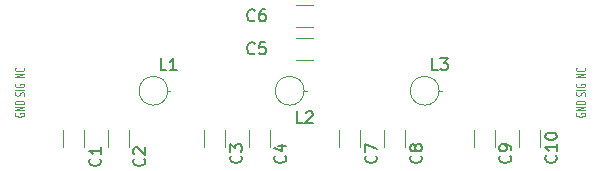
<source format=gbr>
%TF.GenerationSoftware,KiCad,Pcbnew,7.0.2*%
%TF.CreationDate,2023-05-05T15:54:23-05:00*%
%TF.ProjectId,Low-Pass-Filter-Board,4c6f772d-5061-4737-932d-46696c746572,V01*%
%TF.SameCoordinates,Original*%
%TF.FileFunction,Legend,Top*%
%TF.FilePolarity,Positive*%
%FSLAX46Y46*%
G04 Gerber Fmt 4.6, Leading zero omitted, Abs format (unit mm)*
G04 Created by KiCad (PCBNEW 7.0.2) date 2023-05-05 15:54:23*
%MOMM*%
%LPD*%
G01*
G04 APERTURE LIST*
%ADD10C,0.125000*%
%ADD11C,0.150000*%
%ADD12C,0.120000*%
G04 APERTURE END LIST*
D10*
X155858095Y-95384952D02*
X155058095Y-95384952D01*
X155058095Y-95384952D02*
X155858095Y-95099238D01*
X155858095Y-95099238D02*
X155058095Y-95099238D01*
X155781904Y-94575428D02*
X155820000Y-94599237D01*
X155820000Y-94599237D02*
X155858095Y-94670666D01*
X155858095Y-94670666D02*
X155858095Y-94718285D01*
X155858095Y-94718285D02*
X155820000Y-94789713D01*
X155820000Y-94789713D02*
X155743809Y-94837332D01*
X155743809Y-94837332D02*
X155667619Y-94861142D01*
X155667619Y-94861142D02*
X155515238Y-94884951D01*
X155515238Y-94884951D02*
X155400952Y-94884951D01*
X155400952Y-94884951D02*
X155248571Y-94861142D01*
X155248571Y-94861142D02*
X155172380Y-94837332D01*
X155172380Y-94837332D02*
X155096190Y-94789713D01*
X155096190Y-94789713D02*
X155058095Y-94718285D01*
X155058095Y-94718285D02*
X155058095Y-94670666D01*
X155058095Y-94670666D02*
X155096190Y-94599237D01*
X155096190Y-94599237D02*
X155134285Y-94575428D01*
X108322000Y-96932761D02*
X108360095Y-96861333D01*
X108360095Y-96861333D02*
X108360095Y-96742285D01*
X108360095Y-96742285D02*
X108322000Y-96694666D01*
X108322000Y-96694666D02*
X108283904Y-96670857D01*
X108283904Y-96670857D02*
X108207714Y-96647047D01*
X108207714Y-96647047D02*
X108131523Y-96647047D01*
X108131523Y-96647047D02*
X108055333Y-96670857D01*
X108055333Y-96670857D02*
X108017238Y-96694666D01*
X108017238Y-96694666D02*
X107979142Y-96742285D01*
X107979142Y-96742285D02*
X107941047Y-96837523D01*
X107941047Y-96837523D02*
X107902952Y-96885142D01*
X107902952Y-96885142D02*
X107864857Y-96908952D01*
X107864857Y-96908952D02*
X107788666Y-96932761D01*
X107788666Y-96932761D02*
X107712476Y-96932761D01*
X107712476Y-96932761D02*
X107636285Y-96908952D01*
X107636285Y-96908952D02*
X107598190Y-96885142D01*
X107598190Y-96885142D02*
X107560095Y-96837523D01*
X107560095Y-96837523D02*
X107560095Y-96718476D01*
X107560095Y-96718476D02*
X107598190Y-96647047D01*
X108360095Y-96432762D02*
X107560095Y-96432762D01*
X107598190Y-95932762D02*
X107560095Y-95980381D01*
X107560095Y-95980381D02*
X107560095Y-96051810D01*
X107560095Y-96051810D02*
X107598190Y-96123238D01*
X107598190Y-96123238D02*
X107674380Y-96170857D01*
X107674380Y-96170857D02*
X107750571Y-96194667D01*
X107750571Y-96194667D02*
X107902952Y-96218476D01*
X107902952Y-96218476D02*
X108017238Y-96218476D01*
X108017238Y-96218476D02*
X108169619Y-96194667D01*
X108169619Y-96194667D02*
X108245809Y-96170857D01*
X108245809Y-96170857D02*
X108322000Y-96123238D01*
X108322000Y-96123238D02*
X108360095Y-96051810D01*
X108360095Y-96051810D02*
X108360095Y-96004191D01*
X108360095Y-96004191D02*
X108322000Y-95932762D01*
X108322000Y-95932762D02*
X108283904Y-95908953D01*
X108283904Y-95908953D02*
X108017238Y-95908953D01*
X108017238Y-95908953D02*
X108017238Y-96004191D01*
X107598190Y-98425047D02*
X107560095Y-98472666D01*
X107560095Y-98472666D02*
X107560095Y-98544095D01*
X107560095Y-98544095D02*
X107598190Y-98615523D01*
X107598190Y-98615523D02*
X107674380Y-98663142D01*
X107674380Y-98663142D02*
X107750571Y-98686952D01*
X107750571Y-98686952D02*
X107902952Y-98710761D01*
X107902952Y-98710761D02*
X108017238Y-98710761D01*
X108017238Y-98710761D02*
X108169619Y-98686952D01*
X108169619Y-98686952D02*
X108245809Y-98663142D01*
X108245809Y-98663142D02*
X108322000Y-98615523D01*
X108322000Y-98615523D02*
X108360095Y-98544095D01*
X108360095Y-98544095D02*
X108360095Y-98496476D01*
X108360095Y-98496476D02*
X108322000Y-98425047D01*
X108322000Y-98425047D02*
X108283904Y-98401238D01*
X108283904Y-98401238D02*
X108017238Y-98401238D01*
X108017238Y-98401238D02*
X108017238Y-98496476D01*
X108360095Y-98186952D02*
X107560095Y-98186952D01*
X107560095Y-98186952D02*
X108360095Y-97901238D01*
X108360095Y-97901238D02*
X107560095Y-97901238D01*
X108360095Y-97663142D02*
X107560095Y-97663142D01*
X107560095Y-97663142D02*
X107560095Y-97544094D01*
X107560095Y-97544094D02*
X107598190Y-97472666D01*
X107598190Y-97472666D02*
X107674380Y-97425047D01*
X107674380Y-97425047D02*
X107750571Y-97401237D01*
X107750571Y-97401237D02*
X107902952Y-97377428D01*
X107902952Y-97377428D02*
X108017238Y-97377428D01*
X108017238Y-97377428D02*
X108169619Y-97401237D01*
X108169619Y-97401237D02*
X108245809Y-97425047D01*
X108245809Y-97425047D02*
X108322000Y-97472666D01*
X108322000Y-97472666D02*
X108360095Y-97544094D01*
X108360095Y-97544094D02*
X108360095Y-97663142D01*
X155820000Y-96932761D02*
X155858095Y-96861333D01*
X155858095Y-96861333D02*
X155858095Y-96742285D01*
X155858095Y-96742285D02*
X155820000Y-96694666D01*
X155820000Y-96694666D02*
X155781904Y-96670857D01*
X155781904Y-96670857D02*
X155705714Y-96647047D01*
X155705714Y-96647047D02*
X155629523Y-96647047D01*
X155629523Y-96647047D02*
X155553333Y-96670857D01*
X155553333Y-96670857D02*
X155515238Y-96694666D01*
X155515238Y-96694666D02*
X155477142Y-96742285D01*
X155477142Y-96742285D02*
X155439047Y-96837523D01*
X155439047Y-96837523D02*
X155400952Y-96885142D01*
X155400952Y-96885142D02*
X155362857Y-96908952D01*
X155362857Y-96908952D02*
X155286666Y-96932761D01*
X155286666Y-96932761D02*
X155210476Y-96932761D01*
X155210476Y-96932761D02*
X155134285Y-96908952D01*
X155134285Y-96908952D02*
X155096190Y-96885142D01*
X155096190Y-96885142D02*
X155058095Y-96837523D01*
X155058095Y-96837523D02*
X155058095Y-96718476D01*
X155058095Y-96718476D02*
X155096190Y-96647047D01*
X155858095Y-96432762D02*
X155058095Y-96432762D01*
X155096190Y-95932762D02*
X155058095Y-95980381D01*
X155058095Y-95980381D02*
X155058095Y-96051810D01*
X155058095Y-96051810D02*
X155096190Y-96123238D01*
X155096190Y-96123238D02*
X155172380Y-96170857D01*
X155172380Y-96170857D02*
X155248571Y-96194667D01*
X155248571Y-96194667D02*
X155400952Y-96218476D01*
X155400952Y-96218476D02*
X155515238Y-96218476D01*
X155515238Y-96218476D02*
X155667619Y-96194667D01*
X155667619Y-96194667D02*
X155743809Y-96170857D01*
X155743809Y-96170857D02*
X155820000Y-96123238D01*
X155820000Y-96123238D02*
X155858095Y-96051810D01*
X155858095Y-96051810D02*
X155858095Y-96004191D01*
X155858095Y-96004191D02*
X155820000Y-95932762D01*
X155820000Y-95932762D02*
X155781904Y-95908953D01*
X155781904Y-95908953D02*
X155515238Y-95908953D01*
X155515238Y-95908953D02*
X155515238Y-96004191D01*
X108360095Y-95384952D02*
X107560095Y-95384952D01*
X107560095Y-95384952D02*
X108360095Y-95099238D01*
X108360095Y-95099238D02*
X107560095Y-95099238D01*
X108283904Y-94575428D02*
X108322000Y-94599237D01*
X108322000Y-94599237D02*
X108360095Y-94670666D01*
X108360095Y-94670666D02*
X108360095Y-94718285D01*
X108360095Y-94718285D02*
X108322000Y-94789713D01*
X108322000Y-94789713D02*
X108245809Y-94837332D01*
X108245809Y-94837332D02*
X108169619Y-94861142D01*
X108169619Y-94861142D02*
X108017238Y-94884951D01*
X108017238Y-94884951D02*
X107902952Y-94884951D01*
X107902952Y-94884951D02*
X107750571Y-94861142D01*
X107750571Y-94861142D02*
X107674380Y-94837332D01*
X107674380Y-94837332D02*
X107598190Y-94789713D01*
X107598190Y-94789713D02*
X107560095Y-94718285D01*
X107560095Y-94718285D02*
X107560095Y-94670666D01*
X107560095Y-94670666D02*
X107598190Y-94599237D01*
X107598190Y-94599237D02*
X107636285Y-94575428D01*
X155096190Y-98425047D02*
X155058095Y-98472666D01*
X155058095Y-98472666D02*
X155058095Y-98544095D01*
X155058095Y-98544095D02*
X155096190Y-98615523D01*
X155096190Y-98615523D02*
X155172380Y-98663142D01*
X155172380Y-98663142D02*
X155248571Y-98686952D01*
X155248571Y-98686952D02*
X155400952Y-98710761D01*
X155400952Y-98710761D02*
X155515238Y-98710761D01*
X155515238Y-98710761D02*
X155667619Y-98686952D01*
X155667619Y-98686952D02*
X155743809Y-98663142D01*
X155743809Y-98663142D02*
X155820000Y-98615523D01*
X155820000Y-98615523D02*
X155858095Y-98544095D01*
X155858095Y-98544095D02*
X155858095Y-98496476D01*
X155858095Y-98496476D02*
X155820000Y-98425047D01*
X155820000Y-98425047D02*
X155781904Y-98401238D01*
X155781904Y-98401238D02*
X155515238Y-98401238D01*
X155515238Y-98401238D02*
X155515238Y-98496476D01*
X155858095Y-98186952D02*
X155058095Y-98186952D01*
X155058095Y-98186952D02*
X155858095Y-97901238D01*
X155858095Y-97901238D02*
X155058095Y-97901238D01*
X155858095Y-97663142D02*
X155058095Y-97663142D01*
X155058095Y-97663142D02*
X155058095Y-97544094D01*
X155058095Y-97544094D02*
X155096190Y-97472666D01*
X155096190Y-97472666D02*
X155172380Y-97425047D01*
X155172380Y-97425047D02*
X155248571Y-97401237D01*
X155248571Y-97401237D02*
X155400952Y-97377428D01*
X155400952Y-97377428D02*
X155515238Y-97377428D01*
X155515238Y-97377428D02*
X155667619Y-97401237D01*
X155667619Y-97401237D02*
X155743809Y-97425047D01*
X155743809Y-97425047D02*
X155820000Y-97472666D01*
X155820000Y-97472666D02*
X155858095Y-97544094D01*
X155858095Y-97544094D02*
X155858095Y-97663142D01*
D11*
%TO.C,C5*%
X127849333Y-93331380D02*
X127801714Y-93379000D01*
X127801714Y-93379000D02*
X127658857Y-93426619D01*
X127658857Y-93426619D02*
X127563619Y-93426619D01*
X127563619Y-93426619D02*
X127420762Y-93379000D01*
X127420762Y-93379000D02*
X127325524Y-93283761D01*
X127325524Y-93283761D02*
X127277905Y-93188523D01*
X127277905Y-93188523D02*
X127230286Y-92998047D01*
X127230286Y-92998047D02*
X127230286Y-92855190D01*
X127230286Y-92855190D02*
X127277905Y-92664714D01*
X127277905Y-92664714D02*
X127325524Y-92569476D01*
X127325524Y-92569476D02*
X127420762Y-92474238D01*
X127420762Y-92474238D02*
X127563619Y-92426619D01*
X127563619Y-92426619D02*
X127658857Y-92426619D01*
X127658857Y-92426619D02*
X127801714Y-92474238D01*
X127801714Y-92474238D02*
X127849333Y-92521857D01*
X128754095Y-92426619D02*
X128277905Y-92426619D01*
X128277905Y-92426619D02*
X128230286Y-92902809D01*
X128230286Y-92902809D02*
X128277905Y-92855190D01*
X128277905Y-92855190D02*
X128373143Y-92807571D01*
X128373143Y-92807571D02*
X128611238Y-92807571D01*
X128611238Y-92807571D02*
X128706476Y-92855190D01*
X128706476Y-92855190D02*
X128754095Y-92902809D01*
X128754095Y-92902809D02*
X128801714Y-92998047D01*
X128801714Y-92998047D02*
X128801714Y-93236142D01*
X128801714Y-93236142D02*
X128754095Y-93331380D01*
X128754095Y-93331380D02*
X128706476Y-93379000D01*
X128706476Y-93379000D02*
X128611238Y-93426619D01*
X128611238Y-93426619D02*
X128373143Y-93426619D01*
X128373143Y-93426619D02*
X128277905Y-93379000D01*
X128277905Y-93379000D02*
X128230286Y-93331380D01*
%TO.C,C2*%
X118477380Y-102274666D02*
X118525000Y-102322285D01*
X118525000Y-102322285D02*
X118572619Y-102465142D01*
X118572619Y-102465142D02*
X118572619Y-102560380D01*
X118572619Y-102560380D02*
X118525000Y-102703237D01*
X118525000Y-102703237D02*
X118429761Y-102798475D01*
X118429761Y-102798475D02*
X118334523Y-102846094D01*
X118334523Y-102846094D02*
X118144047Y-102893713D01*
X118144047Y-102893713D02*
X118001190Y-102893713D01*
X118001190Y-102893713D02*
X117810714Y-102846094D01*
X117810714Y-102846094D02*
X117715476Y-102798475D01*
X117715476Y-102798475D02*
X117620238Y-102703237D01*
X117620238Y-102703237D02*
X117572619Y-102560380D01*
X117572619Y-102560380D02*
X117572619Y-102465142D01*
X117572619Y-102465142D02*
X117620238Y-102322285D01*
X117620238Y-102322285D02*
X117667857Y-102274666D01*
X117667857Y-101893713D02*
X117620238Y-101846094D01*
X117620238Y-101846094D02*
X117572619Y-101750856D01*
X117572619Y-101750856D02*
X117572619Y-101512761D01*
X117572619Y-101512761D02*
X117620238Y-101417523D01*
X117620238Y-101417523D02*
X117667857Y-101369904D01*
X117667857Y-101369904D02*
X117763095Y-101322285D01*
X117763095Y-101322285D02*
X117858333Y-101322285D01*
X117858333Y-101322285D02*
X118001190Y-101369904D01*
X118001190Y-101369904D02*
X118572619Y-101941332D01*
X118572619Y-101941332D02*
X118572619Y-101322285D01*
%TO.C,C8*%
X141917380Y-102020666D02*
X141965000Y-102068285D01*
X141965000Y-102068285D02*
X142012619Y-102211142D01*
X142012619Y-102211142D02*
X142012619Y-102306380D01*
X142012619Y-102306380D02*
X141965000Y-102449237D01*
X141965000Y-102449237D02*
X141869761Y-102544475D01*
X141869761Y-102544475D02*
X141774523Y-102592094D01*
X141774523Y-102592094D02*
X141584047Y-102639713D01*
X141584047Y-102639713D02*
X141441190Y-102639713D01*
X141441190Y-102639713D02*
X141250714Y-102592094D01*
X141250714Y-102592094D02*
X141155476Y-102544475D01*
X141155476Y-102544475D02*
X141060238Y-102449237D01*
X141060238Y-102449237D02*
X141012619Y-102306380D01*
X141012619Y-102306380D02*
X141012619Y-102211142D01*
X141012619Y-102211142D02*
X141060238Y-102068285D01*
X141060238Y-102068285D02*
X141107857Y-102020666D01*
X141441190Y-101449237D02*
X141393571Y-101544475D01*
X141393571Y-101544475D02*
X141345952Y-101592094D01*
X141345952Y-101592094D02*
X141250714Y-101639713D01*
X141250714Y-101639713D02*
X141203095Y-101639713D01*
X141203095Y-101639713D02*
X141107857Y-101592094D01*
X141107857Y-101592094D02*
X141060238Y-101544475D01*
X141060238Y-101544475D02*
X141012619Y-101449237D01*
X141012619Y-101449237D02*
X141012619Y-101258761D01*
X141012619Y-101258761D02*
X141060238Y-101163523D01*
X141060238Y-101163523D02*
X141107857Y-101115904D01*
X141107857Y-101115904D02*
X141203095Y-101068285D01*
X141203095Y-101068285D02*
X141250714Y-101068285D01*
X141250714Y-101068285D02*
X141345952Y-101115904D01*
X141345952Y-101115904D02*
X141393571Y-101163523D01*
X141393571Y-101163523D02*
X141441190Y-101258761D01*
X141441190Y-101258761D02*
X141441190Y-101449237D01*
X141441190Y-101449237D02*
X141488809Y-101544475D01*
X141488809Y-101544475D02*
X141536428Y-101592094D01*
X141536428Y-101592094D02*
X141631666Y-101639713D01*
X141631666Y-101639713D02*
X141822142Y-101639713D01*
X141822142Y-101639713D02*
X141917380Y-101592094D01*
X141917380Y-101592094D02*
X141965000Y-101544475D01*
X141965000Y-101544475D02*
X142012619Y-101449237D01*
X142012619Y-101449237D02*
X142012619Y-101258761D01*
X142012619Y-101258761D02*
X141965000Y-101163523D01*
X141965000Y-101163523D02*
X141917380Y-101115904D01*
X141917380Y-101115904D02*
X141822142Y-101068285D01*
X141822142Y-101068285D02*
X141631666Y-101068285D01*
X141631666Y-101068285D02*
X141536428Y-101115904D01*
X141536428Y-101115904D02*
X141488809Y-101163523D01*
X141488809Y-101163523D02*
X141441190Y-101258761D01*
%TO.C,L2*%
X131913333Y-99268619D02*
X131437143Y-99268619D01*
X131437143Y-99268619D02*
X131437143Y-98268619D01*
X132199048Y-98363857D02*
X132246667Y-98316238D01*
X132246667Y-98316238D02*
X132341905Y-98268619D01*
X132341905Y-98268619D02*
X132580000Y-98268619D01*
X132580000Y-98268619D02*
X132675238Y-98316238D01*
X132675238Y-98316238D02*
X132722857Y-98363857D01*
X132722857Y-98363857D02*
X132770476Y-98459095D01*
X132770476Y-98459095D02*
X132770476Y-98554333D01*
X132770476Y-98554333D02*
X132722857Y-98697190D01*
X132722857Y-98697190D02*
X132151429Y-99268619D01*
X132151429Y-99268619D02*
X132770476Y-99268619D01*
%TO.C,C10*%
X153347380Y-101988857D02*
X153395000Y-102036476D01*
X153395000Y-102036476D02*
X153442619Y-102179333D01*
X153442619Y-102179333D02*
X153442619Y-102274571D01*
X153442619Y-102274571D02*
X153395000Y-102417428D01*
X153395000Y-102417428D02*
X153299761Y-102512666D01*
X153299761Y-102512666D02*
X153204523Y-102560285D01*
X153204523Y-102560285D02*
X153014047Y-102607904D01*
X153014047Y-102607904D02*
X152871190Y-102607904D01*
X152871190Y-102607904D02*
X152680714Y-102560285D01*
X152680714Y-102560285D02*
X152585476Y-102512666D01*
X152585476Y-102512666D02*
X152490238Y-102417428D01*
X152490238Y-102417428D02*
X152442619Y-102274571D01*
X152442619Y-102274571D02*
X152442619Y-102179333D01*
X152442619Y-102179333D02*
X152490238Y-102036476D01*
X152490238Y-102036476D02*
X152537857Y-101988857D01*
X153442619Y-101036476D02*
X153442619Y-101607904D01*
X153442619Y-101322190D02*
X152442619Y-101322190D01*
X152442619Y-101322190D02*
X152585476Y-101417428D01*
X152585476Y-101417428D02*
X152680714Y-101512666D01*
X152680714Y-101512666D02*
X152728333Y-101607904D01*
X152442619Y-100417428D02*
X152442619Y-100322190D01*
X152442619Y-100322190D02*
X152490238Y-100226952D01*
X152490238Y-100226952D02*
X152537857Y-100179333D01*
X152537857Y-100179333D02*
X152633095Y-100131714D01*
X152633095Y-100131714D02*
X152823571Y-100084095D01*
X152823571Y-100084095D02*
X153061666Y-100084095D01*
X153061666Y-100084095D02*
X153252142Y-100131714D01*
X153252142Y-100131714D02*
X153347380Y-100179333D01*
X153347380Y-100179333D02*
X153395000Y-100226952D01*
X153395000Y-100226952D02*
X153442619Y-100322190D01*
X153442619Y-100322190D02*
X153442619Y-100417428D01*
X153442619Y-100417428D02*
X153395000Y-100512666D01*
X153395000Y-100512666D02*
X153347380Y-100560285D01*
X153347380Y-100560285D02*
X153252142Y-100607904D01*
X153252142Y-100607904D02*
X153061666Y-100655523D01*
X153061666Y-100655523D02*
X152823571Y-100655523D01*
X152823571Y-100655523D02*
X152633095Y-100607904D01*
X152633095Y-100607904D02*
X152537857Y-100560285D01*
X152537857Y-100560285D02*
X152490238Y-100512666D01*
X152490238Y-100512666D02*
X152442619Y-100417428D01*
%TO.C,C1*%
X114739380Y-102274666D02*
X114787000Y-102322285D01*
X114787000Y-102322285D02*
X114834619Y-102465142D01*
X114834619Y-102465142D02*
X114834619Y-102560380D01*
X114834619Y-102560380D02*
X114787000Y-102703237D01*
X114787000Y-102703237D02*
X114691761Y-102798475D01*
X114691761Y-102798475D02*
X114596523Y-102846094D01*
X114596523Y-102846094D02*
X114406047Y-102893713D01*
X114406047Y-102893713D02*
X114263190Y-102893713D01*
X114263190Y-102893713D02*
X114072714Y-102846094D01*
X114072714Y-102846094D02*
X113977476Y-102798475D01*
X113977476Y-102798475D02*
X113882238Y-102703237D01*
X113882238Y-102703237D02*
X113834619Y-102560380D01*
X113834619Y-102560380D02*
X113834619Y-102465142D01*
X113834619Y-102465142D02*
X113882238Y-102322285D01*
X113882238Y-102322285D02*
X113929857Y-102274666D01*
X114834619Y-101322285D02*
X114834619Y-101893713D01*
X114834619Y-101607999D02*
X113834619Y-101607999D01*
X113834619Y-101607999D02*
X113977476Y-101703237D01*
X113977476Y-101703237D02*
X114072714Y-101798475D01*
X114072714Y-101798475D02*
X114120333Y-101893713D01*
%TO.C,L1*%
X120379333Y-94762619D02*
X119903143Y-94762619D01*
X119903143Y-94762619D02*
X119903143Y-93762619D01*
X121236476Y-94762619D02*
X120665048Y-94762619D01*
X120950762Y-94762619D02*
X120950762Y-93762619D01*
X120950762Y-93762619D02*
X120855524Y-93905476D01*
X120855524Y-93905476D02*
X120760286Y-94000714D01*
X120760286Y-94000714D02*
X120665048Y-94048333D01*
%TO.C,C9*%
X149465380Y-102020666D02*
X149513000Y-102068285D01*
X149513000Y-102068285D02*
X149560619Y-102211142D01*
X149560619Y-102211142D02*
X149560619Y-102306380D01*
X149560619Y-102306380D02*
X149513000Y-102449237D01*
X149513000Y-102449237D02*
X149417761Y-102544475D01*
X149417761Y-102544475D02*
X149322523Y-102592094D01*
X149322523Y-102592094D02*
X149132047Y-102639713D01*
X149132047Y-102639713D02*
X148989190Y-102639713D01*
X148989190Y-102639713D02*
X148798714Y-102592094D01*
X148798714Y-102592094D02*
X148703476Y-102544475D01*
X148703476Y-102544475D02*
X148608238Y-102449237D01*
X148608238Y-102449237D02*
X148560619Y-102306380D01*
X148560619Y-102306380D02*
X148560619Y-102211142D01*
X148560619Y-102211142D02*
X148608238Y-102068285D01*
X148608238Y-102068285D02*
X148655857Y-102020666D01*
X149560619Y-101544475D02*
X149560619Y-101353999D01*
X149560619Y-101353999D02*
X149513000Y-101258761D01*
X149513000Y-101258761D02*
X149465380Y-101211142D01*
X149465380Y-101211142D02*
X149322523Y-101115904D01*
X149322523Y-101115904D02*
X149132047Y-101068285D01*
X149132047Y-101068285D02*
X148751095Y-101068285D01*
X148751095Y-101068285D02*
X148655857Y-101115904D01*
X148655857Y-101115904D02*
X148608238Y-101163523D01*
X148608238Y-101163523D02*
X148560619Y-101258761D01*
X148560619Y-101258761D02*
X148560619Y-101449237D01*
X148560619Y-101449237D02*
X148608238Y-101544475D01*
X148608238Y-101544475D02*
X148655857Y-101592094D01*
X148655857Y-101592094D02*
X148751095Y-101639713D01*
X148751095Y-101639713D02*
X148989190Y-101639713D01*
X148989190Y-101639713D02*
X149084428Y-101592094D01*
X149084428Y-101592094D02*
X149132047Y-101544475D01*
X149132047Y-101544475D02*
X149179666Y-101449237D01*
X149179666Y-101449237D02*
X149179666Y-101258761D01*
X149179666Y-101258761D02*
X149132047Y-101163523D01*
X149132047Y-101163523D02*
X149084428Y-101115904D01*
X149084428Y-101115904D02*
X148989190Y-101068285D01*
%TO.C,C6*%
X127849333Y-90537380D02*
X127801714Y-90585000D01*
X127801714Y-90585000D02*
X127658857Y-90632619D01*
X127658857Y-90632619D02*
X127563619Y-90632619D01*
X127563619Y-90632619D02*
X127420762Y-90585000D01*
X127420762Y-90585000D02*
X127325524Y-90489761D01*
X127325524Y-90489761D02*
X127277905Y-90394523D01*
X127277905Y-90394523D02*
X127230286Y-90204047D01*
X127230286Y-90204047D02*
X127230286Y-90061190D01*
X127230286Y-90061190D02*
X127277905Y-89870714D01*
X127277905Y-89870714D02*
X127325524Y-89775476D01*
X127325524Y-89775476D02*
X127420762Y-89680238D01*
X127420762Y-89680238D02*
X127563619Y-89632619D01*
X127563619Y-89632619D02*
X127658857Y-89632619D01*
X127658857Y-89632619D02*
X127801714Y-89680238D01*
X127801714Y-89680238D02*
X127849333Y-89727857D01*
X128706476Y-89632619D02*
X128516000Y-89632619D01*
X128516000Y-89632619D02*
X128420762Y-89680238D01*
X128420762Y-89680238D02*
X128373143Y-89727857D01*
X128373143Y-89727857D02*
X128277905Y-89870714D01*
X128277905Y-89870714D02*
X128230286Y-90061190D01*
X128230286Y-90061190D02*
X128230286Y-90442142D01*
X128230286Y-90442142D02*
X128277905Y-90537380D01*
X128277905Y-90537380D02*
X128325524Y-90585000D01*
X128325524Y-90585000D02*
X128420762Y-90632619D01*
X128420762Y-90632619D02*
X128611238Y-90632619D01*
X128611238Y-90632619D02*
X128706476Y-90585000D01*
X128706476Y-90585000D02*
X128754095Y-90537380D01*
X128754095Y-90537380D02*
X128801714Y-90442142D01*
X128801714Y-90442142D02*
X128801714Y-90204047D01*
X128801714Y-90204047D02*
X128754095Y-90108809D01*
X128754095Y-90108809D02*
X128706476Y-90061190D01*
X128706476Y-90061190D02*
X128611238Y-90013571D01*
X128611238Y-90013571D02*
X128420762Y-90013571D01*
X128420762Y-90013571D02*
X128325524Y-90061190D01*
X128325524Y-90061190D02*
X128277905Y-90108809D01*
X128277905Y-90108809D02*
X128230286Y-90204047D01*
%TO.C,C3*%
X126677380Y-102020666D02*
X126725000Y-102068285D01*
X126725000Y-102068285D02*
X126772619Y-102211142D01*
X126772619Y-102211142D02*
X126772619Y-102306380D01*
X126772619Y-102306380D02*
X126725000Y-102449237D01*
X126725000Y-102449237D02*
X126629761Y-102544475D01*
X126629761Y-102544475D02*
X126534523Y-102592094D01*
X126534523Y-102592094D02*
X126344047Y-102639713D01*
X126344047Y-102639713D02*
X126201190Y-102639713D01*
X126201190Y-102639713D02*
X126010714Y-102592094D01*
X126010714Y-102592094D02*
X125915476Y-102544475D01*
X125915476Y-102544475D02*
X125820238Y-102449237D01*
X125820238Y-102449237D02*
X125772619Y-102306380D01*
X125772619Y-102306380D02*
X125772619Y-102211142D01*
X125772619Y-102211142D02*
X125820238Y-102068285D01*
X125820238Y-102068285D02*
X125867857Y-102020666D01*
X125772619Y-101687332D02*
X125772619Y-101068285D01*
X125772619Y-101068285D02*
X126153571Y-101401618D01*
X126153571Y-101401618D02*
X126153571Y-101258761D01*
X126153571Y-101258761D02*
X126201190Y-101163523D01*
X126201190Y-101163523D02*
X126248809Y-101115904D01*
X126248809Y-101115904D02*
X126344047Y-101068285D01*
X126344047Y-101068285D02*
X126582142Y-101068285D01*
X126582142Y-101068285D02*
X126677380Y-101115904D01*
X126677380Y-101115904D02*
X126725000Y-101163523D01*
X126725000Y-101163523D02*
X126772619Y-101258761D01*
X126772619Y-101258761D02*
X126772619Y-101544475D01*
X126772619Y-101544475D02*
X126725000Y-101639713D01*
X126725000Y-101639713D02*
X126677380Y-101687332D01*
%TO.C,L3*%
X143343333Y-94762619D02*
X142867143Y-94762619D01*
X142867143Y-94762619D02*
X142867143Y-93762619D01*
X143581429Y-93762619D02*
X144200476Y-93762619D01*
X144200476Y-93762619D02*
X143867143Y-94143571D01*
X143867143Y-94143571D02*
X144010000Y-94143571D01*
X144010000Y-94143571D02*
X144105238Y-94191190D01*
X144105238Y-94191190D02*
X144152857Y-94238809D01*
X144152857Y-94238809D02*
X144200476Y-94334047D01*
X144200476Y-94334047D02*
X144200476Y-94572142D01*
X144200476Y-94572142D02*
X144152857Y-94667380D01*
X144152857Y-94667380D02*
X144105238Y-94715000D01*
X144105238Y-94715000D02*
X144010000Y-94762619D01*
X144010000Y-94762619D02*
X143724286Y-94762619D01*
X143724286Y-94762619D02*
X143629048Y-94715000D01*
X143629048Y-94715000D02*
X143581429Y-94667380D01*
%TO.C,C7*%
X138107380Y-102020666D02*
X138155000Y-102068285D01*
X138155000Y-102068285D02*
X138202619Y-102211142D01*
X138202619Y-102211142D02*
X138202619Y-102306380D01*
X138202619Y-102306380D02*
X138155000Y-102449237D01*
X138155000Y-102449237D02*
X138059761Y-102544475D01*
X138059761Y-102544475D02*
X137964523Y-102592094D01*
X137964523Y-102592094D02*
X137774047Y-102639713D01*
X137774047Y-102639713D02*
X137631190Y-102639713D01*
X137631190Y-102639713D02*
X137440714Y-102592094D01*
X137440714Y-102592094D02*
X137345476Y-102544475D01*
X137345476Y-102544475D02*
X137250238Y-102449237D01*
X137250238Y-102449237D02*
X137202619Y-102306380D01*
X137202619Y-102306380D02*
X137202619Y-102211142D01*
X137202619Y-102211142D02*
X137250238Y-102068285D01*
X137250238Y-102068285D02*
X137297857Y-102020666D01*
X137202619Y-101687332D02*
X137202619Y-101020666D01*
X137202619Y-101020666D02*
X138202619Y-101449237D01*
%TO.C,C4*%
X130415380Y-102020666D02*
X130463000Y-102068285D01*
X130463000Y-102068285D02*
X130510619Y-102211142D01*
X130510619Y-102211142D02*
X130510619Y-102306380D01*
X130510619Y-102306380D02*
X130463000Y-102449237D01*
X130463000Y-102449237D02*
X130367761Y-102544475D01*
X130367761Y-102544475D02*
X130272523Y-102592094D01*
X130272523Y-102592094D02*
X130082047Y-102639713D01*
X130082047Y-102639713D02*
X129939190Y-102639713D01*
X129939190Y-102639713D02*
X129748714Y-102592094D01*
X129748714Y-102592094D02*
X129653476Y-102544475D01*
X129653476Y-102544475D02*
X129558238Y-102449237D01*
X129558238Y-102449237D02*
X129510619Y-102306380D01*
X129510619Y-102306380D02*
X129510619Y-102211142D01*
X129510619Y-102211142D02*
X129558238Y-102068285D01*
X129558238Y-102068285D02*
X129605857Y-102020666D01*
X129843952Y-101163523D02*
X130510619Y-101163523D01*
X129463000Y-101401618D02*
X130177285Y-101639713D01*
X130177285Y-101639713D02*
X130177285Y-101020666D01*
D12*
%TO.C,C5*%
X131330248Y-92054000D02*
X132752752Y-92054000D01*
X131330248Y-93874000D02*
X132752752Y-93874000D01*
%TO.C,C2*%
X117242000Y-99834248D02*
X117242000Y-101256752D01*
X115422000Y-99834248D02*
X115422000Y-101256752D01*
%TO.C,C8*%
X140610000Y-99834248D02*
X140610000Y-101256752D01*
X138790000Y-99834248D02*
X138790000Y-101256752D01*
%TO.C,L2*%
X132030000Y-96520000D02*
X132250000Y-96520000D01*
X132030000Y-96520000D02*
G75*
G03*
X132030000Y-96520000I-1220000J0D01*
G01*
%TO.C,C10*%
X152040000Y-99834248D02*
X152040000Y-101256752D01*
X150220000Y-99834248D02*
X150220000Y-101256752D01*
%TO.C,C1*%
X113432000Y-99834248D02*
X113432000Y-101256752D01*
X111612000Y-99834248D02*
X111612000Y-101256752D01*
%TO.C,L1*%
X120496000Y-96520000D02*
X120716000Y-96520000D01*
X120496000Y-96520000D02*
G75*
G03*
X120496000Y-96520000I-1220000J0D01*
G01*
%TO.C,C9*%
X148230000Y-99834248D02*
X148230000Y-101256752D01*
X146410000Y-99834248D02*
X146410000Y-101256752D01*
%TO.C,C6*%
X131368748Y-89260000D02*
X132791252Y-89260000D01*
X131368748Y-91080000D02*
X132791252Y-91080000D01*
%TO.C,C3*%
X125370000Y-99834248D02*
X125370000Y-101256752D01*
X123550000Y-99834248D02*
X123550000Y-101256752D01*
%TO.C,L3*%
X143460000Y-96520000D02*
X143680000Y-96520000D01*
X143460000Y-96520000D02*
G75*
G03*
X143460000Y-96520000I-1220000J0D01*
G01*
%TO.C,C7*%
X136800000Y-99834248D02*
X136800000Y-101256752D01*
X134980000Y-99834248D02*
X134980000Y-101256752D01*
%TO.C,C4*%
X129180000Y-99834248D02*
X129180000Y-101256752D01*
X127360000Y-99834248D02*
X127360000Y-101256752D01*
%TD*%
M02*

</source>
